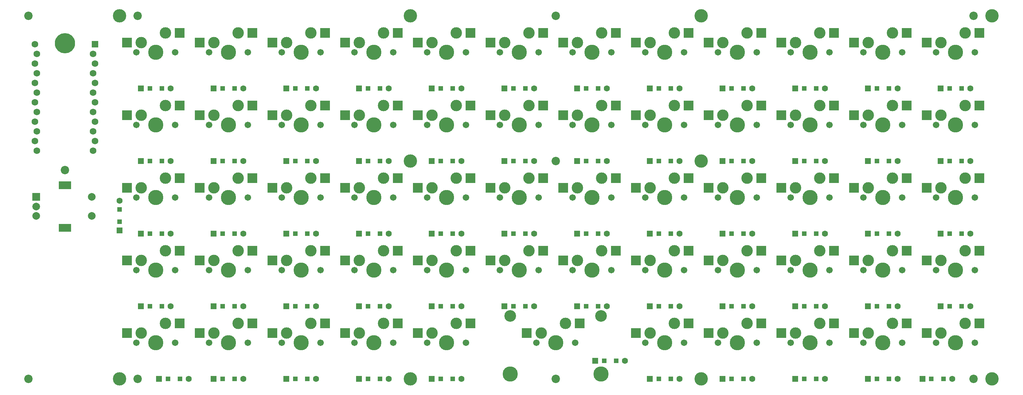
<source format=gbr>
G04 #@! TF.GenerationSoftware,KiCad,Pcbnew,(5.1.9)-1*
G04 #@! TF.CreationDate,2021-06-18T19:30:07-04:00*
G04 #@! TF.ProjectId,Mainpcb,4d61696e-7063-4622-9e6b-696361645f70,rev?*
G04 #@! TF.SameCoordinates,Original*
G04 #@! TF.FileFunction,Soldermask,Bot*
G04 #@! TF.FilePolarity,Negative*
%FSLAX46Y46*%
G04 Gerber Fmt 4.6, Leading zero omitted, Abs format (unit mm)*
G04 Created by KiCad (PCBNEW (5.1.9)-1) date 2021-06-18 19:30:07*
%MOMM*%
%LPD*%
G01*
G04 APERTURE LIST*
%ADD10C,3.048000*%
%ADD11C,3.987800*%
%ADD12C,3.500000*%
%ADD13C,5.300000*%
%ADD14C,2.200000*%
%ADD15C,1.600000*%
%ADD16R,1.600000X1.600000*%
%ADD17R,1.200000X1.200000*%
%ADD18R,2.000000X2.000000*%
%ADD19C,2.000000*%
%ADD20R,3.200000X2.000000*%
%ADD21R,2.550000X2.500000*%
%ADD22C,3.000000*%
%ADD23C,1.701800*%
%ADD24R,1.752600X1.752600*%
%ADD25C,1.752600*%
G04 APERTURE END LIST*
D10*
X147647000Y-100173000D03*
X171447000Y-100173000D03*
D11*
X147647000Y-115413000D03*
X171447000Y-115413000D03*
D12*
X273850000Y-116684000D03*
X273850000Y-21431700D03*
X197648000Y-116684000D03*
X197648000Y-59532500D03*
X197648000Y-21431700D03*
X121446000Y-116684000D03*
X121446000Y-59532500D03*
X121446000Y-21431700D03*
X45244700Y-116684000D03*
X45244700Y-21431700D03*
D13*
X30956900Y-28575600D03*
D14*
X269087000Y-116684000D03*
X269087000Y-21431700D03*
X159547000Y-116684000D03*
X159547000Y-59532500D03*
X159547000Y-21431700D03*
X50007300Y-116684000D03*
X50007300Y-21431700D03*
X30956900Y-61913800D03*
X21431700Y-116684000D03*
X21431700Y-21431700D03*
D15*
X45244700Y-69920300D03*
D16*
X45244700Y-77720300D03*
D17*
X45244700Y-75395300D03*
X45244700Y-72245300D03*
D15*
X263462000Y-116683000D03*
D16*
X255662000Y-116683000D03*
D17*
X257987000Y-116683000D03*
X261137000Y-116683000D03*
D15*
X249174000Y-116684000D03*
D16*
X241374000Y-116684000D03*
D17*
X243699000Y-116684000D03*
X246849000Y-116684000D03*
D15*
X230124000Y-116683000D03*
D16*
X222324000Y-116683000D03*
D17*
X224649000Y-116683000D03*
X227799000Y-116683000D03*
D15*
X211073000Y-116684000D03*
D16*
X203273000Y-116684000D03*
D17*
X205598000Y-116684000D03*
X208748000Y-116684000D03*
D15*
X192023000Y-116683000D03*
D16*
X184223000Y-116683000D03*
D17*
X186548000Y-116683000D03*
X189698000Y-116683000D03*
D15*
X177735000Y-111921000D03*
D16*
X169935000Y-111921000D03*
D17*
X172260000Y-111921000D03*
X175410000Y-111921000D03*
D15*
X134872000Y-116684000D03*
D16*
X127072000Y-116684000D03*
D17*
X129397000Y-116684000D03*
X132547000Y-116684000D03*
D15*
X115821000Y-116683000D03*
D16*
X108021000Y-116683000D03*
D17*
X110346000Y-116683000D03*
X113496000Y-116683000D03*
D15*
X96770700Y-116684000D03*
D16*
X88970700Y-116684000D03*
D17*
X91295700Y-116684000D03*
X94445700Y-116684000D03*
D15*
X77720300Y-116683000D03*
D16*
X69920300Y-116683000D03*
D17*
X72245300Y-116683000D03*
X75395300Y-116683000D03*
D15*
X63432500Y-116684000D03*
D16*
X55632500Y-116684000D03*
D17*
X57957500Y-116684000D03*
X61107500Y-116684000D03*
D15*
X268224000Y-97633300D03*
D16*
X260424000Y-97633300D03*
D17*
X262749000Y-97633300D03*
X265899000Y-97633300D03*
D15*
X249174000Y-97633300D03*
D16*
X241374000Y-97633300D03*
D17*
X243699000Y-97633300D03*
X246849000Y-97633300D03*
D15*
X230124000Y-97633300D03*
D16*
X222324000Y-97633300D03*
D17*
X224649000Y-97633300D03*
X227799000Y-97633300D03*
D15*
X211073000Y-97633300D03*
D16*
X203273000Y-97633300D03*
D17*
X205598000Y-97633300D03*
X208748000Y-97633300D03*
D15*
X192023000Y-97633300D03*
D16*
X184223000Y-97633300D03*
D17*
X186548000Y-97633300D03*
X189698000Y-97633300D03*
D15*
X172972000Y-97633300D03*
D16*
X165172000Y-97633300D03*
D17*
X167497000Y-97633300D03*
X170647000Y-97633300D03*
D15*
X153922000Y-97633300D03*
D16*
X146122000Y-97633300D03*
D17*
X148447000Y-97633300D03*
X151597000Y-97633300D03*
D15*
X134872000Y-97633300D03*
D16*
X127072000Y-97633300D03*
D17*
X129397000Y-97633300D03*
X132547000Y-97633300D03*
D15*
X115821000Y-97633300D03*
D16*
X108021000Y-97633300D03*
D17*
X110346000Y-97633300D03*
X113496000Y-97633300D03*
D15*
X96770700Y-97633300D03*
D16*
X88970700Y-97633300D03*
D17*
X91295700Y-97633300D03*
X94445700Y-97633300D03*
D15*
X77720300Y-97633300D03*
D16*
X69920300Y-97633300D03*
D17*
X72245300Y-97633300D03*
X75395300Y-97633300D03*
D15*
X58669900Y-97633300D03*
D16*
X50869900Y-97633300D03*
D17*
X53194900Y-97633300D03*
X56344900Y-97633300D03*
D15*
X268224000Y-78582900D03*
D16*
X260424000Y-78582900D03*
D17*
X262749000Y-78582900D03*
X265899000Y-78582900D03*
D15*
X249174000Y-78582900D03*
D16*
X241374000Y-78582900D03*
D17*
X243699000Y-78582900D03*
X246849000Y-78582900D03*
D15*
X230124000Y-78582900D03*
D16*
X222324000Y-78582900D03*
D17*
X224649000Y-78582900D03*
X227799000Y-78582900D03*
D15*
X211073000Y-78582900D03*
D16*
X203273000Y-78582900D03*
D17*
X205598000Y-78582900D03*
X208748000Y-78582900D03*
D15*
X192023000Y-78582900D03*
D16*
X184223000Y-78582900D03*
D17*
X186548000Y-78582900D03*
X189698000Y-78582900D03*
D15*
X172972000Y-78582900D03*
D16*
X165172000Y-78582900D03*
D17*
X167497000Y-78582900D03*
X170647000Y-78582900D03*
D15*
X153922000Y-78582900D03*
D16*
X146122000Y-78582900D03*
D17*
X148447000Y-78582900D03*
X151597000Y-78582900D03*
D15*
X134872000Y-78582900D03*
D16*
X127072000Y-78582900D03*
D17*
X129397000Y-78582900D03*
X132547000Y-78582900D03*
D15*
X115821000Y-78582900D03*
D16*
X108021000Y-78582900D03*
D17*
X110346000Y-78582900D03*
X113496000Y-78582900D03*
D15*
X96770700Y-78582900D03*
D16*
X88970700Y-78582900D03*
D17*
X91295700Y-78582900D03*
X94445700Y-78582900D03*
D15*
X77720300Y-78582900D03*
D16*
X69920300Y-78582900D03*
D17*
X72245300Y-78582900D03*
X75395300Y-78582900D03*
D15*
X58669900Y-78582900D03*
D16*
X50869900Y-78582900D03*
D17*
X53194900Y-78582900D03*
X56344900Y-78582900D03*
D15*
X268224000Y-59532500D03*
D16*
X260424000Y-59532500D03*
D17*
X262749000Y-59532500D03*
X265899000Y-59532500D03*
X246849000Y-59532500D03*
X243699000Y-59532500D03*
D16*
X241374000Y-59532500D03*
D15*
X249174000Y-59532500D03*
X230124000Y-59532500D03*
D16*
X222324000Y-59532500D03*
D17*
X224649000Y-59532500D03*
X227799000Y-59532500D03*
D15*
X211073000Y-59532500D03*
D16*
X203273000Y-59532500D03*
D17*
X205598000Y-59532500D03*
X208748000Y-59532500D03*
D15*
X192023000Y-59532500D03*
D16*
X184223000Y-59532500D03*
D17*
X186548000Y-59532500D03*
X189698000Y-59532500D03*
D15*
X172972000Y-59532500D03*
D16*
X165172000Y-59532500D03*
D17*
X167497000Y-59532500D03*
X170647000Y-59532500D03*
D15*
X153922000Y-59532500D03*
D16*
X146122000Y-59532500D03*
D17*
X148447000Y-59532500D03*
X151597000Y-59532500D03*
D15*
X134872000Y-59532500D03*
D16*
X127072000Y-59532500D03*
D17*
X129397000Y-59532500D03*
X132547000Y-59532500D03*
D15*
X115821000Y-59532500D03*
D16*
X108021000Y-59532500D03*
D17*
X110346000Y-59532500D03*
X113496000Y-59532500D03*
D15*
X96770700Y-59532500D03*
D16*
X88970700Y-59532500D03*
D17*
X91295700Y-59532500D03*
X94445700Y-59532500D03*
D15*
X77720300Y-59532500D03*
D16*
X69920300Y-59532500D03*
D17*
X72245300Y-59532500D03*
X75395300Y-59532500D03*
D15*
X58669900Y-59532500D03*
D16*
X50869900Y-59532500D03*
D17*
X53194900Y-59532500D03*
X56344900Y-59532500D03*
D15*
X268224000Y-40482100D03*
D16*
X260424000Y-40482100D03*
D17*
X262749000Y-40482100D03*
X265899000Y-40482100D03*
D15*
X249174000Y-40482100D03*
D16*
X241374000Y-40482100D03*
D17*
X243699000Y-40482100D03*
X246849000Y-40482100D03*
D15*
X230124000Y-40482100D03*
D16*
X222324000Y-40482100D03*
D17*
X224649000Y-40482100D03*
X227799000Y-40482100D03*
D15*
X211073000Y-40482100D03*
D16*
X203273000Y-40482100D03*
D17*
X205598000Y-40482100D03*
X208748000Y-40482100D03*
D15*
X192023000Y-40482100D03*
D16*
X184223000Y-40482100D03*
D17*
X186548000Y-40482100D03*
X189698000Y-40482100D03*
D15*
X172972000Y-40482100D03*
D16*
X165172000Y-40482100D03*
D17*
X167497000Y-40482100D03*
X170647000Y-40482100D03*
D15*
X153922000Y-40482100D03*
D16*
X146122000Y-40482100D03*
D17*
X148447000Y-40482100D03*
X151597000Y-40482100D03*
D15*
X134872000Y-40482100D03*
D16*
X127072000Y-40482100D03*
D17*
X129397000Y-40482100D03*
X132547000Y-40482100D03*
D15*
X115821000Y-40482100D03*
D16*
X108021000Y-40482100D03*
D17*
X110346000Y-40482100D03*
X113496000Y-40482100D03*
D15*
X96770700Y-40482100D03*
D16*
X88970700Y-40482100D03*
D17*
X91295700Y-40482100D03*
X94445700Y-40482100D03*
D15*
X77720300Y-40482100D03*
D16*
X69920300Y-40482100D03*
D17*
X72245300Y-40482100D03*
X75395300Y-40482100D03*
D15*
X58669900Y-40482100D03*
D16*
X50869900Y-40482100D03*
D17*
X53194900Y-40482100D03*
X56344900Y-40482100D03*
D18*
X23456900Y-68939000D03*
D19*
X23456900Y-71439000D03*
X23456900Y-73939000D03*
D20*
X30956900Y-77039000D03*
D19*
X37956900Y-68939000D03*
X37956900Y-73939000D03*
D20*
X30956900Y-65839000D03*
D21*
X270610000Y-102077000D03*
D22*
X266860000Y-102077000D03*
X260510000Y-104617000D03*
D11*
X264320000Y-107157000D03*
D23*
X269400000Y-107157000D03*
X259240000Y-107157000D03*
D21*
X256760000Y-104617000D03*
X251560000Y-102077000D03*
D22*
X247810000Y-102077000D03*
X241460000Y-104617000D03*
D11*
X245270000Y-107157000D03*
D23*
X250350000Y-107157000D03*
X240190000Y-107157000D03*
D21*
X237710000Y-104617000D03*
X232510000Y-102077000D03*
D22*
X228760000Y-102077000D03*
X222410000Y-104617000D03*
D11*
X226220000Y-107157000D03*
D23*
X231300000Y-107157000D03*
X221140000Y-107157000D03*
D21*
X218660000Y-104617000D03*
X213460000Y-102077000D03*
D22*
X209710000Y-102077000D03*
X203360000Y-104617000D03*
D11*
X207170000Y-107157000D03*
D23*
X212250000Y-107157000D03*
X202090000Y-107157000D03*
D21*
X199610000Y-104617000D03*
X194410000Y-102077000D03*
D22*
X190660000Y-102077000D03*
X184310000Y-104617000D03*
D11*
X188120000Y-107157000D03*
D23*
X193200000Y-107157000D03*
X183040000Y-107157000D03*
D21*
X180560000Y-104617000D03*
X165835000Y-102077000D03*
D22*
X162085000Y-102077000D03*
X155735000Y-104617000D03*
D11*
X159545000Y-107157000D03*
D23*
X164625000Y-107157000D03*
X154465000Y-107157000D03*
D21*
X151985000Y-104617000D03*
X137260000Y-102077000D03*
D22*
X133510000Y-102077000D03*
X127160000Y-104617000D03*
D11*
X130970000Y-107157000D03*
D23*
X136050000Y-107157000D03*
X125890000Y-107157000D03*
D21*
X123410000Y-104617000D03*
X118210000Y-102077000D03*
D22*
X114460000Y-102077000D03*
X108110000Y-104617000D03*
D11*
X111920000Y-107157000D03*
D23*
X117000000Y-107157000D03*
X106840000Y-107157000D03*
D21*
X104360000Y-104617000D03*
X99159700Y-102077000D03*
D22*
X95409700Y-102077000D03*
X89059700Y-104617000D03*
D11*
X92869700Y-107157000D03*
D23*
X97949700Y-107157000D03*
X87789700Y-107157000D03*
D21*
X85309700Y-104617000D03*
X80109700Y-102077000D03*
D22*
X76359700Y-102077000D03*
X70009700Y-104617000D03*
D11*
X73819700Y-107157000D03*
D23*
X78899700Y-107157000D03*
X68739700Y-107157000D03*
D21*
X66259700Y-104617000D03*
X61059700Y-102077000D03*
D22*
X57309700Y-102077000D03*
X50959700Y-104617000D03*
D11*
X54769700Y-107157000D03*
D23*
X59849700Y-107157000D03*
X49689700Y-107157000D03*
D21*
X47209700Y-104617000D03*
X270610000Y-83026700D03*
D22*
X266860000Y-83026700D03*
X260510000Y-85566700D03*
D11*
X264320000Y-88106700D03*
D23*
X269400000Y-88106700D03*
X259240000Y-88106700D03*
D21*
X256760000Y-85566700D03*
X251560000Y-83026700D03*
D22*
X247810000Y-83026700D03*
X241460000Y-85566700D03*
D11*
X245270000Y-88106700D03*
D23*
X250350000Y-88106700D03*
X240190000Y-88106700D03*
D21*
X237710000Y-85566700D03*
X232510000Y-83026700D03*
D22*
X228760000Y-83026700D03*
X222410000Y-85566700D03*
D11*
X226220000Y-88106700D03*
D23*
X231300000Y-88106700D03*
X221140000Y-88106700D03*
D21*
X218660000Y-85566700D03*
X213460000Y-83026700D03*
D22*
X209710000Y-83026700D03*
X203360000Y-85566700D03*
D11*
X207170000Y-88106700D03*
D23*
X212250000Y-88106700D03*
X202090000Y-88106700D03*
D21*
X199610000Y-85566700D03*
X194410000Y-83026700D03*
D22*
X190660000Y-83026700D03*
X184310000Y-85566700D03*
D11*
X188120000Y-88106700D03*
D23*
X193200000Y-88106700D03*
X183040000Y-88106700D03*
D21*
X180560000Y-85566700D03*
X175360000Y-83026700D03*
D22*
X171610000Y-83026700D03*
X165260000Y-85566700D03*
D11*
X169070000Y-88106700D03*
D23*
X174150000Y-88106700D03*
X163990000Y-88106700D03*
D21*
X161510000Y-85566700D03*
X156310000Y-83026700D03*
D22*
X152560000Y-83026700D03*
X146210000Y-85566700D03*
D11*
X150020000Y-88106700D03*
D23*
X155100000Y-88106700D03*
X144940000Y-88106700D03*
D21*
X142460000Y-85566700D03*
X137260000Y-83026700D03*
D22*
X133510000Y-83026700D03*
X127160000Y-85566700D03*
D11*
X130970000Y-88106700D03*
D23*
X136050000Y-88106700D03*
X125890000Y-88106700D03*
D21*
X123410000Y-85566700D03*
X118210000Y-83026700D03*
D22*
X114460000Y-83026700D03*
X108110000Y-85566700D03*
D11*
X111920000Y-88106700D03*
D23*
X117000000Y-88106700D03*
X106840000Y-88106700D03*
D21*
X104360000Y-85566700D03*
X99159700Y-83026700D03*
D22*
X95409700Y-83026700D03*
X89059700Y-85566700D03*
D11*
X92869700Y-88106700D03*
D23*
X97949700Y-88106700D03*
X87789700Y-88106700D03*
D21*
X85309700Y-85566700D03*
X80109700Y-83026700D03*
D22*
X76359700Y-83026700D03*
X70009700Y-85566700D03*
D11*
X73819700Y-88106700D03*
D23*
X78899700Y-88106700D03*
X68739700Y-88106700D03*
D21*
X66259700Y-85566700D03*
X61059700Y-83026700D03*
D22*
X57309700Y-83026700D03*
X50959700Y-85566700D03*
D11*
X54769700Y-88106700D03*
D23*
X59849700Y-88106700D03*
X49689700Y-88106700D03*
D21*
X47209700Y-85566700D03*
X270610000Y-63976700D03*
D22*
X266860000Y-63976700D03*
X260510000Y-66516700D03*
D11*
X264320000Y-69056700D03*
D23*
X269400000Y-69056700D03*
X259240000Y-69056700D03*
D21*
X256760000Y-66516700D03*
X251560000Y-63976700D03*
D22*
X247810000Y-63976700D03*
X241460000Y-66516700D03*
D11*
X245270000Y-69056700D03*
D23*
X250350000Y-69056700D03*
X240190000Y-69056700D03*
D21*
X237710000Y-66516700D03*
X232510000Y-63976700D03*
D22*
X228760000Y-63976700D03*
X222410000Y-66516700D03*
D11*
X226220000Y-69056700D03*
D23*
X231300000Y-69056700D03*
X221140000Y-69056700D03*
D21*
X218660000Y-66516700D03*
X213460000Y-63976700D03*
D22*
X209710000Y-63976700D03*
X203360000Y-66516700D03*
D11*
X207170000Y-69056700D03*
D23*
X212250000Y-69056700D03*
X202090000Y-69056700D03*
D21*
X199610000Y-66516700D03*
X194410000Y-63976700D03*
D22*
X190660000Y-63976700D03*
X184310000Y-66516700D03*
D11*
X188120000Y-69056700D03*
D23*
X193200000Y-69056700D03*
X183040000Y-69056700D03*
D21*
X180560000Y-66516700D03*
X175360000Y-63976700D03*
D22*
X171610000Y-63976700D03*
X165260000Y-66516700D03*
D11*
X169070000Y-69056700D03*
D23*
X174150000Y-69056700D03*
X163990000Y-69056700D03*
D21*
X161510000Y-66516700D03*
X156310000Y-63976700D03*
D22*
X152560000Y-63976700D03*
X146210000Y-66516700D03*
D11*
X150020000Y-69056700D03*
D23*
X155100000Y-69056700D03*
X144940000Y-69056700D03*
D21*
X142460000Y-66516700D03*
X137260000Y-63976700D03*
D22*
X133510000Y-63976700D03*
X127160000Y-66516700D03*
D11*
X130970000Y-69056700D03*
D23*
X136050000Y-69056700D03*
X125890000Y-69056700D03*
D21*
X123410000Y-66516700D03*
X118210000Y-63976700D03*
D22*
X114460000Y-63976700D03*
X108110000Y-66516700D03*
D11*
X111920000Y-69056700D03*
D23*
X117000000Y-69056700D03*
X106840000Y-69056700D03*
D21*
X104360000Y-66516700D03*
X99159700Y-63976700D03*
D22*
X95409700Y-63976700D03*
X89059700Y-66516700D03*
D11*
X92869700Y-69056700D03*
D23*
X97949700Y-69056700D03*
X87789700Y-69056700D03*
D21*
X85309700Y-66516700D03*
X80109700Y-63976700D03*
D22*
X76359700Y-63976700D03*
X70009700Y-66516700D03*
D11*
X73819700Y-69056700D03*
D23*
X78899700Y-69056700D03*
X68739700Y-69056700D03*
D21*
X66259700Y-66516700D03*
X61059700Y-63976700D03*
D22*
X57309700Y-63976700D03*
X50959700Y-66516700D03*
D11*
X54769700Y-69056700D03*
D23*
X59849700Y-69056700D03*
X49689700Y-69056700D03*
D21*
X47209700Y-66516700D03*
X270610000Y-44926700D03*
D22*
X266860000Y-44926700D03*
X260510000Y-47466700D03*
D11*
X264320000Y-50006700D03*
D23*
X269400000Y-50006700D03*
X259240000Y-50006700D03*
D21*
X256760000Y-47466700D03*
X251560000Y-44926700D03*
D22*
X247810000Y-44926700D03*
X241460000Y-47466700D03*
D11*
X245270000Y-50006700D03*
D23*
X250350000Y-50006700D03*
X240190000Y-50006700D03*
D21*
X237710000Y-47466700D03*
X232510000Y-44926700D03*
D22*
X228760000Y-44926700D03*
X222410000Y-47466700D03*
D11*
X226220000Y-50006700D03*
D23*
X231300000Y-50006700D03*
X221140000Y-50006700D03*
D21*
X218660000Y-47466700D03*
X213460000Y-44926700D03*
D22*
X209710000Y-44926700D03*
X203360000Y-47466700D03*
D11*
X207170000Y-50006700D03*
D23*
X212250000Y-50006700D03*
X202090000Y-50006700D03*
D21*
X199610000Y-47466700D03*
X194410000Y-44926700D03*
D22*
X190660000Y-44926700D03*
X184310000Y-47466700D03*
D11*
X188120000Y-50006700D03*
D23*
X193200000Y-50006700D03*
X183040000Y-50006700D03*
D21*
X180560000Y-47466700D03*
X175360000Y-44926700D03*
D22*
X171610000Y-44926700D03*
X165260000Y-47466700D03*
D11*
X169070000Y-50006700D03*
D23*
X174150000Y-50006700D03*
X163990000Y-50006700D03*
D21*
X161510000Y-47466700D03*
X156310000Y-44926700D03*
D22*
X152560000Y-44926700D03*
X146210000Y-47466700D03*
D11*
X150020000Y-50006700D03*
D23*
X155100000Y-50006700D03*
X144940000Y-50006700D03*
D21*
X142460000Y-47466700D03*
X137260000Y-44926700D03*
D22*
X133510000Y-44926700D03*
X127160000Y-47466700D03*
D11*
X130970000Y-50006700D03*
D23*
X136050000Y-50006700D03*
X125890000Y-50006700D03*
D21*
X123410000Y-47466700D03*
X118210000Y-44926700D03*
D22*
X114460000Y-44926700D03*
X108110000Y-47466700D03*
D11*
X111920000Y-50006700D03*
D23*
X117000000Y-50006700D03*
X106840000Y-50006700D03*
D21*
X104360000Y-47466700D03*
X99159700Y-44926700D03*
D22*
X95409700Y-44926700D03*
X89059700Y-47466700D03*
D11*
X92869700Y-50006700D03*
D23*
X97949700Y-50006700D03*
X87789700Y-50006700D03*
D21*
X85309700Y-47466700D03*
X80109700Y-44926700D03*
D22*
X76359700Y-44926700D03*
X70009700Y-47466700D03*
D11*
X73819700Y-50006700D03*
D23*
X78899700Y-50006700D03*
X68739700Y-50006700D03*
D21*
X66259700Y-47466700D03*
X61059700Y-44926700D03*
D22*
X57309700Y-44926700D03*
X50959700Y-47466700D03*
D11*
X54769700Y-50006700D03*
D23*
X59849700Y-50006700D03*
X49689700Y-50006700D03*
D21*
X47209700Y-47466700D03*
X270610000Y-25876700D03*
D22*
X266860000Y-25876700D03*
X260510000Y-28416700D03*
D11*
X264320000Y-30956700D03*
D23*
X269400000Y-30956700D03*
X259240000Y-30956700D03*
D21*
X256760000Y-28416700D03*
X251560000Y-25876700D03*
D22*
X247810000Y-25876700D03*
X241460000Y-28416700D03*
D11*
X245270000Y-30956700D03*
D23*
X250350000Y-30956700D03*
X240190000Y-30956700D03*
D21*
X237710000Y-28416700D03*
X232510000Y-25876700D03*
D22*
X228760000Y-25876700D03*
X222410000Y-28416700D03*
D11*
X226220000Y-30956700D03*
D23*
X231300000Y-30956700D03*
X221140000Y-30956700D03*
D21*
X218660000Y-28416700D03*
X213460000Y-25876700D03*
D22*
X209710000Y-25876700D03*
X203360000Y-28416700D03*
D11*
X207170000Y-30956700D03*
D23*
X212250000Y-30956700D03*
X202090000Y-30956700D03*
D21*
X199610000Y-28416700D03*
X194410000Y-25876700D03*
D22*
X190660000Y-25876700D03*
X184310000Y-28416700D03*
D11*
X188120000Y-30956700D03*
D23*
X193200000Y-30956700D03*
X183040000Y-30956700D03*
D21*
X180560000Y-28416700D03*
X175360000Y-25876700D03*
D22*
X171610000Y-25876700D03*
X165260000Y-28416700D03*
D11*
X169070000Y-30956700D03*
D23*
X174150000Y-30956700D03*
X163990000Y-30956700D03*
D21*
X161510000Y-28416700D03*
X156310000Y-25876700D03*
D22*
X152560000Y-25876700D03*
X146210000Y-28416700D03*
D11*
X150020000Y-30956700D03*
D23*
X155100000Y-30956700D03*
X144940000Y-30956700D03*
D21*
X142460000Y-28416700D03*
X137260000Y-25876700D03*
D22*
X133510000Y-25876700D03*
X127160000Y-28416700D03*
D11*
X130970000Y-30956700D03*
D23*
X136050000Y-30956700D03*
X125890000Y-30956700D03*
D21*
X123410000Y-28416700D03*
X118210000Y-25876700D03*
D22*
X114460000Y-25876700D03*
X108110000Y-28416700D03*
D11*
X111920000Y-30956700D03*
D23*
X117000000Y-30956700D03*
X106840000Y-30956700D03*
D21*
X104360000Y-28416700D03*
X99159700Y-25876700D03*
D22*
X95409700Y-25876700D03*
X89059700Y-28416700D03*
D11*
X92869700Y-30956700D03*
D23*
X97949700Y-30956700D03*
X87789700Y-30956700D03*
D21*
X85309700Y-28416700D03*
X80109700Y-25876700D03*
D22*
X76359700Y-25876700D03*
X70009700Y-28416700D03*
D11*
X73819700Y-30956700D03*
D23*
X78899700Y-30956700D03*
X68739700Y-30956700D03*
D21*
X66259700Y-28416700D03*
X61059700Y-25876700D03*
D22*
X57309700Y-25876700D03*
X50959700Y-28416700D03*
D11*
X54769700Y-30956700D03*
D23*
X59849700Y-30956700D03*
X49689700Y-30956700D03*
D21*
X47209700Y-28416700D03*
D24*
X38805500Y-28893400D03*
D25*
X38348300Y-31433400D03*
X38805500Y-33973400D03*
X38348300Y-36513400D03*
X38805500Y-39053400D03*
X38348300Y-41593400D03*
X38805500Y-44133400D03*
X38348300Y-46673400D03*
X38805500Y-49213400D03*
X38348300Y-51753400D03*
X38805500Y-54293400D03*
X23565500Y-56833400D03*
X23108300Y-54293400D03*
X23565500Y-51753400D03*
X23108300Y-49213400D03*
X23565500Y-46673400D03*
X23108300Y-44133400D03*
X23565500Y-41593400D03*
X23108300Y-39053400D03*
X23565500Y-36513400D03*
X23108300Y-33973400D03*
X23565500Y-31433400D03*
X38348300Y-56833400D03*
X23108300Y-28893400D03*
M02*

</source>
